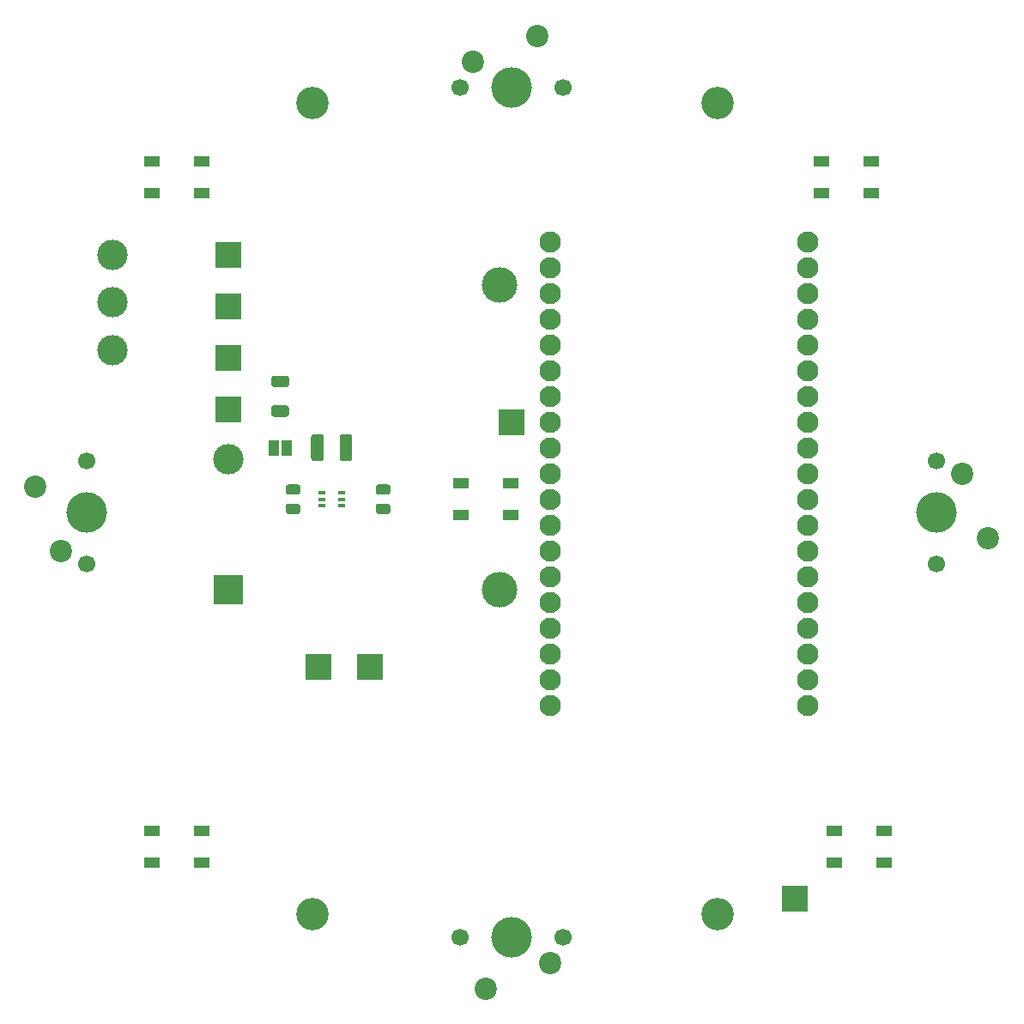
<source format=gbr>
%TF.GenerationSoftware,KiCad,Pcbnew,(5.1.10)-1*%
%TF.CreationDate,2021-09-15T08:26:03+02:00*%
%TF.ProjectId,Light_trainer,4c696768-745f-4747-9261-696e65722e6b,rev?*%
%TF.SameCoordinates,Original*%
%TF.FileFunction,Soldermask,Top*%
%TF.FilePolarity,Negative*%
%FSLAX46Y46*%
G04 Gerber Fmt 4.6, Leading zero omitted, Abs format (unit mm)*
G04 Created by KiCad (PCBNEW (5.1.10)-1) date 2021-09-15 08:26:03*
%MOMM*%
%LPD*%
G01*
G04 APERTURE LIST*
%ADD10C,3.200000*%
%ADD11C,3.500000*%
%ADD12C,3.000000*%
%ADD13R,3.000000X3.000000*%
%ADD14C,2.100000*%
%ADD15C,1.700000*%
%ADD16C,4.000000*%
%ADD17C,2.200000*%
%ADD18R,0.650000X0.400000*%
%ADD19R,2.500000X2.500000*%
%ADD20R,1.000000X1.500000*%
%ADD21R,1.500000X1.000000*%
G04 APERTURE END LIST*
D10*
%TO.C,H4*%
X120000000Y-60000000D03*
%TD*%
%TO.C,H3*%
X160000000Y-60000000D03*
%TD*%
%TO.C,H2*%
X160000000Y-140000000D03*
%TD*%
%TO.C,H1*%
X120000000Y-140000000D03*
%TD*%
D11*
%TO.C,BT1*%
X138460000Y-77950000D03*
X138460000Y-107950000D03*
D12*
X111760000Y-95150000D03*
D13*
X111760000Y-107950000D03*
%TD*%
D12*
%TO.C,SW5*%
X100330000Y-84330000D03*
X100330000Y-79630000D03*
X100330000Y-74930000D03*
%TD*%
D14*
%TO.C,U2*%
X168910000Y-119380000D03*
X168910000Y-116840000D03*
X168910000Y-114300000D03*
X168910000Y-111760000D03*
X168910000Y-109220000D03*
X168910000Y-106680000D03*
X168910000Y-104140000D03*
X168910000Y-101600000D03*
X168910000Y-88900000D03*
X168910000Y-86360000D03*
X168910000Y-83820000D03*
X168910000Y-81280000D03*
X168910000Y-78740000D03*
X168910000Y-76200000D03*
X168910000Y-73660000D03*
X143510000Y-119380000D03*
X168910000Y-99060000D03*
X168910000Y-96520000D03*
X168910000Y-93980000D03*
X168910000Y-91440000D03*
X143510000Y-116840000D03*
X143510000Y-114300000D03*
X143510000Y-111760000D03*
X143510000Y-109220000D03*
X143510000Y-106680000D03*
X143510000Y-104140000D03*
X143510000Y-101600000D03*
X143510000Y-99060000D03*
X143510000Y-96520000D03*
X143510000Y-93980000D03*
X143510000Y-91440000D03*
X143510000Y-88900000D03*
X143510000Y-86360000D03*
X143510000Y-83820000D03*
X143510000Y-81280000D03*
X143510000Y-78740000D03*
X143510000Y-76200000D03*
X143510000Y-73660000D03*
%TD*%
D15*
%TO.C,SW4*%
X144780000Y-58420000D03*
X134620000Y-58420000D03*
D16*
X139700000Y-58420000D03*
D17*
X135890000Y-55880000D03*
X142240000Y-53340000D03*
%TD*%
D15*
%TO.C,SW3*%
X181610000Y-105410000D03*
X181610000Y-95250000D03*
D16*
X181610000Y-100330000D03*
D17*
X184150000Y-96520000D03*
X186690000Y-102870000D03*
%TD*%
D15*
%TO.C,SW2*%
X134620000Y-142240000D03*
X144780000Y-142240000D03*
D16*
X139700000Y-142240000D03*
D17*
X143510000Y-144780000D03*
X137160000Y-147320000D03*
%TD*%
D15*
%TO.C,SW1*%
X97790000Y-95250000D03*
X97790000Y-105410000D03*
D16*
X97790000Y-100330000D03*
D17*
X95250000Y-104140000D03*
X92710000Y-97790000D03*
%TD*%
%TO.C,R1*%
G36*
G01*
X116214999Y-89800000D02*
X117465001Y-89800000D01*
G75*
G02*
X117715000Y-90049999I0J-249999D01*
G01*
X117715000Y-90675001D01*
G75*
G02*
X117465001Y-90925000I-249999J0D01*
G01*
X116214999Y-90925000D01*
G75*
G02*
X115965000Y-90675001I0J249999D01*
G01*
X115965000Y-90049999D01*
G75*
G02*
X116214999Y-89800000I249999J0D01*
G01*
G37*
G36*
G01*
X116214999Y-86875000D02*
X117465001Y-86875000D01*
G75*
G02*
X117715000Y-87124999I0J-249999D01*
G01*
X117715000Y-87750001D01*
G75*
G02*
X117465001Y-88000000I-249999J0D01*
G01*
X116214999Y-88000000D01*
G75*
G02*
X115965000Y-87750001I0J249999D01*
G01*
X115965000Y-87124999D01*
G75*
G02*
X116214999Y-86875000I249999J0D01*
G01*
G37*
%TD*%
D18*
%TO.C,U1*%
X122870000Y-98410000D03*
X122870000Y-99710000D03*
X120970000Y-99060000D03*
X122870000Y-99060000D03*
X120970000Y-99710000D03*
X120970000Y-98410000D03*
%TD*%
D19*
%TO.C,TP8*%
X111760000Y-85090000D03*
%TD*%
%TO.C,TP7*%
X111760000Y-80010000D03*
%TD*%
%TO.C,TP6*%
X111760000Y-90170000D03*
%TD*%
%TO.C,TP3*%
X120650000Y-115570000D03*
%TD*%
%TO.C,TP2*%
X125730000Y-115570000D03*
%TD*%
%TO.C,L1*%
G36*
G01*
X122695000Y-95055000D02*
X122695000Y-92905000D01*
G75*
G02*
X122945000Y-92655000I250000J0D01*
G01*
X123695000Y-92655000D01*
G75*
G02*
X123945000Y-92905000I0J-250000D01*
G01*
X123945000Y-95055000D01*
G75*
G02*
X123695000Y-95305000I-250000J0D01*
G01*
X122945000Y-95305000D01*
G75*
G02*
X122695000Y-95055000I0J250000D01*
G01*
G37*
G36*
G01*
X119895000Y-95055000D02*
X119895000Y-92905000D01*
G75*
G02*
X120145000Y-92655000I250000J0D01*
G01*
X120895000Y-92655000D01*
G75*
G02*
X121145000Y-92905000I0J-250000D01*
G01*
X121145000Y-95055000D01*
G75*
G02*
X120895000Y-95305000I-250000J0D01*
G01*
X120145000Y-95305000D01*
G75*
G02*
X119895000Y-95055000I0J250000D01*
G01*
G37*
%TD*%
D20*
%TO.C,JP1*%
X116190000Y-93980000D03*
X117490000Y-93980000D03*
%TD*%
%TO.C,C2*%
G36*
G01*
X127475000Y-98610000D02*
X126525000Y-98610000D01*
G75*
G02*
X126275000Y-98360000I0J250000D01*
G01*
X126275000Y-97860000D01*
G75*
G02*
X126525000Y-97610000I250000J0D01*
G01*
X127475000Y-97610000D01*
G75*
G02*
X127725000Y-97860000I0J-250000D01*
G01*
X127725000Y-98360000D01*
G75*
G02*
X127475000Y-98610000I-250000J0D01*
G01*
G37*
G36*
G01*
X127475000Y-100510000D02*
X126525000Y-100510000D01*
G75*
G02*
X126275000Y-100260000I0J250000D01*
G01*
X126275000Y-99760000D01*
G75*
G02*
X126525000Y-99510000I250000J0D01*
G01*
X127475000Y-99510000D01*
G75*
G02*
X127725000Y-99760000I0J-250000D01*
G01*
X127725000Y-100260000D01*
G75*
G02*
X127475000Y-100510000I-250000J0D01*
G01*
G37*
%TD*%
%TO.C,C1*%
G36*
G01*
X118585000Y-98610000D02*
X117635000Y-98610000D01*
G75*
G02*
X117385000Y-98360000I0J250000D01*
G01*
X117385000Y-97860000D01*
G75*
G02*
X117635000Y-97610000I250000J0D01*
G01*
X118585000Y-97610000D01*
G75*
G02*
X118835000Y-97860000I0J-250000D01*
G01*
X118835000Y-98360000D01*
G75*
G02*
X118585000Y-98610000I-250000J0D01*
G01*
G37*
G36*
G01*
X118585000Y-100510000D02*
X117635000Y-100510000D01*
G75*
G02*
X117385000Y-100260000I0J250000D01*
G01*
X117385000Y-99760000D01*
G75*
G02*
X117635000Y-99510000I250000J0D01*
G01*
X118585000Y-99510000D01*
G75*
G02*
X118835000Y-99760000I0J-250000D01*
G01*
X118835000Y-100260000D01*
G75*
G02*
X118585000Y-100510000I-250000J0D01*
G01*
G37*
%TD*%
D19*
%TO.C,TP5*%
X167640000Y-138430000D03*
%TD*%
%TO.C,TP1*%
X139700000Y-91440000D03*
%TD*%
%TO.C,TP4*%
X111760000Y-74930000D03*
%TD*%
D21*
%TO.C,D5*%
X171540000Y-131750000D03*
X171540000Y-134950000D03*
X176440000Y-131750000D03*
X176440000Y-134950000D03*
%TD*%
%TO.C,D4*%
X170270000Y-65710000D03*
X170270000Y-68910000D03*
X175170000Y-65710000D03*
X175170000Y-68910000D03*
%TD*%
%TO.C,D3*%
X104230000Y-65710000D03*
X104230000Y-68910000D03*
X109130000Y-65710000D03*
X109130000Y-68910000D03*
%TD*%
%TO.C,D2*%
X104230000Y-131750000D03*
X104230000Y-134950000D03*
X109130000Y-131750000D03*
X109130000Y-134950000D03*
%TD*%
%TO.C,D1*%
X134710000Y-97460000D03*
X134710000Y-100660000D03*
X139610000Y-97460000D03*
X139610000Y-100660000D03*
%TD*%
M02*

</source>
